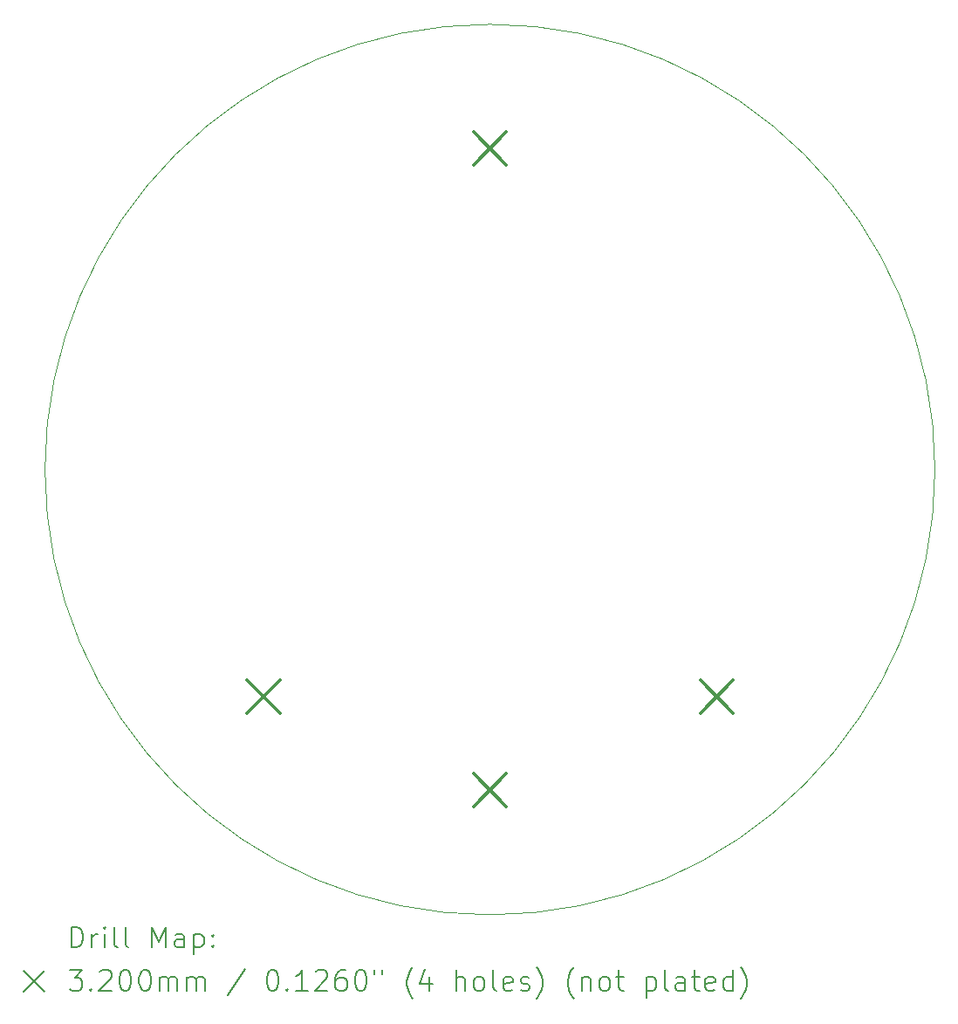
<source format=gbr>
%TF.GenerationSoftware,KiCad,Pcbnew,7.0.7*%
%TF.CreationDate,2023-08-31T16:12:07-04:00*%
%TF.ProjectId,protopico,70726f74-6f70-4696-936f-2e6b69636164,rev?*%
%TF.SameCoordinates,Original*%
%TF.FileFunction,Drillmap*%
%TF.FilePolarity,Positive*%
%FSLAX45Y45*%
G04 Gerber Fmt 4.5, Leading zero omitted, Abs format (unit mm)*
G04 Created by KiCad (PCBNEW 7.0.7) date 2023-08-31 16:12:07*
%MOMM*%
%LPD*%
G01*
G04 APERTURE LIST*
%ADD10C,0.101600*%
%ADD11C,0.200000*%
%ADD12C,0.320000*%
G04 APERTURE END LIST*
D10*
X19304000Y-9982200D02*
G75*
G03*
X19304000Y-9982200I-4318000J0D01*
G01*
D11*
D12*
X12625837Y-12022363D02*
X12945837Y-12342363D01*
X12945837Y-12022363D02*
X12625837Y-12342363D01*
X14826000Y-6710700D02*
X15146000Y-7030700D01*
X15146000Y-6710700D02*
X14826000Y-7030700D01*
X14826000Y-12933700D02*
X15146000Y-13253700D01*
X15146000Y-12933700D02*
X14826000Y-13253700D01*
X17026163Y-12022363D02*
X17346163Y-12342363D01*
X17346163Y-12022363D02*
X17026163Y-12342363D01*
D11*
X10923697Y-14616764D02*
X10923697Y-14416764D01*
X10923697Y-14416764D02*
X10971316Y-14416764D01*
X10971316Y-14416764D02*
X10999887Y-14426288D01*
X10999887Y-14426288D02*
X11018935Y-14445335D01*
X11018935Y-14445335D02*
X11028459Y-14464383D01*
X11028459Y-14464383D02*
X11037983Y-14502478D01*
X11037983Y-14502478D02*
X11037983Y-14531049D01*
X11037983Y-14531049D02*
X11028459Y-14569145D01*
X11028459Y-14569145D02*
X11018935Y-14588192D01*
X11018935Y-14588192D02*
X10999887Y-14607240D01*
X10999887Y-14607240D02*
X10971316Y-14616764D01*
X10971316Y-14616764D02*
X10923697Y-14616764D01*
X11123697Y-14616764D02*
X11123697Y-14483430D01*
X11123697Y-14521526D02*
X11133221Y-14502478D01*
X11133221Y-14502478D02*
X11142744Y-14492954D01*
X11142744Y-14492954D02*
X11161792Y-14483430D01*
X11161792Y-14483430D02*
X11180840Y-14483430D01*
X11247506Y-14616764D02*
X11247506Y-14483430D01*
X11247506Y-14416764D02*
X11237982Y-14426288D01*
X11237982Y-14426288D02*
X11247506Y-14435811D01*
X11247506Y-14435811D02*
X11257030Y-14426288D01*
X11257030Y-14426288D02*
X11247506Y-14416764D01*
X11247506Y-14416764D02*
X11247506Y-14435811D01*
X11371316Y-14616764D02*
X11352268Y-14607240D01*
X11352268Y-14607240D02*
X11342744Y-14588192D01*
X11342744Y-14588192D02*
X11342744Y-14416764D01*
X11476078Y-14616764D02*
X11457030Y-14607240D01*
X11457030Y-14607240D02*
X11447506Y-14588192D01*
X11447506Y-14588192D02*
X11447506Y-14416764D01*
X11704649Y-14616764D02*
X11704649Y-14416764D01*
X11704649Y-14416764D02*
X11771316Y-14559621D01*
X11771316Y-14559621D02*
X11837982Y-14416764D01*
X11837982Y-14416764D02*
X11837982Y-14616764D01*
X12018935Y-14616764D02*
X12018935Y-14512002D01*
X12018935Y-14512002D02*
X12009411Y-14492954D01*
X12009411Y-14492954D02*
X11990363Y-14483430D01*
X11990363Y-14483430D02*
X11952268Y-14483430D01*
X11952268Y-14483430D02*
X11933221Y-14492954D01*
X12018935Y-14607240D02*
X11999887Y-14616764D01*
X11999887Y-14616764D02*
X11952268Y-14616764D01*
X11952268Y-14616764D02*
X11933221Y-14607240D01*
X11933221Y-14607240D02*
X11923697Y-14588192D01*
X11923697Y-14588192D02*
X11923697Y-14569145D01*
X11923697Y-14569145D02*
X11933221Y-14550097D01*
X11933221Y-14550097D02*
X11952268Y-14540573D01*
X11952268Y-14540573D02*
X11999887Y-14540573D01*
X11999887Y-14540573D02*
X12018935Y-14531049D01*
X12114173Y-14483430D02*
X12114173Y-14683430D01*
X12114173Y-14492954D02*
X12133221Y-14483430D01*
X12133221Y-14483430D02*
X12171316Y-14483430D01*
X12171316Y-14483430D02*
X12190363Y-14492954D01*
X12190363Y-14492954D02*
X12199887Y-14502478D01*
X12199887Y-14502478D02*
X12209411Y-14521526D01*
X12209411Y-14521526D02*
X12209411Y-14578668D01*
X12209411Y-14578668D02*
X12199887Y-14597716D01*
X12199887Y-14597716D02*
X12190363Y-14607240D01*
X12190363Y-14607240D02*
X12171316Y-14616764D01*
X12171316Y-14616764D02*
X12133221Y-14616764D01*
X12133221Y-14616764D02*
X12114173Y-14607240D01*
X12295125Y-14597716D02*
X12304649Y-14607240D01*
X12304649Y-14607240D02*
X12295125Y-14616764D01*
X12295125Y-14616764D02*
X12285602Y-14607240D01*
X12285602Y-14607240D02*
X12295125Y-14597716D01*
X12295125Y-14597716D02*
X12295125Y-14616764D01*
X12295125Y-14492954D02*
X12304649Y-14502478D01*
X12304649Y-14502478D02*
X12295125Y-14512002D01*
X12295125Y-14512002D02*
X12285602Y-14502478D01*
X12285602Y-14502478D02*
X12295125Y-14492954D01*
X12295125Y-14492954D02*
X12295125Y-14512002D01*
X10462920Y-14845280D02*
X10662920Y-15045280D01*
X10662920Y-14845280D02*
X10462920Y-15045280D01*
X10904649Y-14836764D02*
X11028459Y-14836764D01*
X11028459Y-14836764D02*
X10961792Y-14912954D01*
X10961792Y-14912954D02*
X10990364Y-14912954D01*
X10990364Y-14912954D02*
X11009411Y-14922478D01*
X11009411Y-14922478D02*
X11018935Y-14932002D01*
X11018935Y-14932002D02*
X11028459Y-14951049D01*
X11028459Y-14951049D02*
X11028459Y-14998668D01*
X11028459Y-14998668D02*
X11018935Y-15017716D01*
X11018935Y-15017716D02*
X11009411Y-15027240D01*
X11009411Y-15027240D02*
X10990364Y-15036764D01*
X10990364Y-15036764D02*
X10933221Y-15036764D01*
X10933221Y-15036764D02*
X10914173Y-15027240D01*
X10914173Y-15027240D02*
X10904649Y-15017716D01*
X11114173Y-15017716D02*
X11123697Y-15027240D01*
X11123697Y-15027240D02*
X11114173Y-15036764D01*
X11114173Y-15036764D02*
X11104649Y-15027240D01*
X11104649Y-15027240D02*
X11114173Y-15017716D01*
X11114173Y-15017716D02*
X11114173Y-15036764D01*
X11199887Y-14855811D02*
X11209411Y-14846288D01*
X11209411Y-14846288D02*
X11228459Y-14836764D01*
X11228459Y-14836764D02*
X11276078Y-14836764D01*
X11276078Y-14836764D02*
X11295125Y-14846288D01*
X11295125Y-14846288D02*
X11304649Y-14855811D01*
X11304649Y-14855811D02*
X11314173Y-14874859D01*
X11314173Y-14874859D02*
X11314173Y-14893907D01*
X11314173Y-14893907D02*
X11304649Y-14922478D01*
X11304649Y-14922478D02*
X11190363Y-15036764D01*
X11190363Y-15036764D02*
X11314173Y-15036764D01*
X11437982Y-14836764D02*
X11457030Y-14836764D01*
X11457030Y-14836764D02*
X11476078Y-14846288D01*
X11476078Y-14846288D02*
X11485602Y-14855811D01*
X11485602Y-14855811D02*
X11495125Y-14874859D01*
X11495125Y-14874859D02*
X11504649Y-14912954D01*
X11504649Y-14912954D02*
X11504649Y-14960573D01*
X11504649Y-14960573D02*
X11495125Y-14998668D01*
X11495125Y-14998668D02*
X11485602Y-15017716D01*
X11485602Y-15017716D02*
X11476078Y-15027240D01*
X11476078Y-15027240D02*
X11457030Y-15036764D01*
X11457030Y-15036764D02*
X11437982Y-15036764D01*
X11437982Y-15036764D02*
X11418935Y-15027240D01*
X11418935Y-15027240D02*
X11409411Y-15017716D01*
X11409411Y-15017716D02*
X11399887Y-14998668D01*
X11399887Y-14998668D02*
X11390363Y-14960573D01*
X11390363Y-14960573D02*
X11390363Y-14912954D01*
X11390363Y-14912954D02*
X11399887Y-14874859D01*
X11399887Y-14874859D02*
X11409411Y-14855811D01*
X11409411Y-14855811D02*
X11418935Y-14846288D01*
X11418935Y-14846288D02*
X11437982Y-14836764D01*
X11628459Y-14836764D02*
X11647506Y-14836764D01*
X11647506Y-14836764D02*
X11666554Y-14846288D01*
X11666554Y-14846288D02*
X11676078Y-14855811D01*
X11676078Y-14855811D02*
X11685602Y-14874859D01*
X11685602Y-14874859D02*
X11695125Y-14912954D01*
X11695125Y-14912954D02*
X11695125Y-14960573D01*
X11695125Y-14960573D02*
X11685602Y-14998668D01*
X11685602Y-14998668D02*
X11676078Y-15017716D01*
X11676078Y-15017716D02*
X11666554Y-15027240D01*
X11666554Y-15027240D02*
X11647506Y-15036764D01*
X11647506Y-15036764D02*
X11628459Y-15036764D01*
X11628459Y-15036764D02*
X11609411Y-15027240D01*
X11609411Y-15027240D02*
X11599887Y-15017716D01*
X11599887Y-15017716D02*
X11590363Y-14998668D01*
X11590363Y-14998668D02*
X11580840Y-14960573D01*
X11580840Y-14960573D02*
X11580840Y-14912954D01*
X11580840Y-14912954D02*
X11590363Y-14874859D01*
X11590363Y-14874859D02*
X11599887Y-14855811D01*
X11599887Y-14855811D02*
X11609411Y-14846288D01*
X11609411Y-14846288D02*
X11628459Y-14836764D01*
X11780840Y-15036764D02*
X11780840Y-14903430D01*
X11780840Y-14922478D02*
X11790363Y-14912954D01*
X11790363Y-14912954D02*
X11809411Y-14903430D01*
X11809411Y-14903430D02*
X11837983Y-14903430D01*
X11837983Y-14903430D02*
X11857030Y-14912954D01*
X11857030Y-14912954D02*
X11866554Y-14932002D01*
X11866554Y-14932002D02*
X11866554Y-15036764D01*
X11866554Y-14932002D02*
X11876078Y-14912954D01*
X11876078Y-14912954D02*
X11895125Y-14903430D01*
X11895125Y-14903430D02*
X11923697Y-14903430D01*
X11923697Y-14903430D02*
X11942744Y-14912954D01*
X11942744Y-14912954D02*
X11952268Y-14932002D01*
X11952268Y-14932002D02*
X11952268Y-15036764D01*
X12047506Y-15036764D02*
X12047506Y-14903430D01*
X12047506Y-14922478D02*
X12057030Y-14912954D01*
X12057030Y-14912954D02*
X12076078Y-14903430D01*
X12076078Y-14903430D02*
X12104649Y-14903430D01*
X12104649Y-14903430D02*
X12123697Y-14912954D01*
X12123697Y-14912954D02*
X12133221Y-14932002D01*
X12133221Y-14932002D02*
X12133221Y-15036764D01*
X12133221Y-14932002D02*
X12142744Y-14912954D01*
X12142744Y-14912954D02*
X12161792Y-14903430D01*
X12161792Y-14903430D02*
X12190363Y-14903430D01*
X12190363Y-14903430D02*
X12209411Y-14912954D01*
X12209411Y-14912954D02*
X12218935Y-14932002D01*
X12218935Y-14932002D02*
X12218935Y-15036764D01*
X12609411Y-14827240D02*
X12437983Y-15084383D01*
X12866554Y-14836764D02*
X12885602Y-14836764D01*
X12885602Y-14836764D02*
X12904649Y-14846288D01*
X12904649Y-14846288D02*
X12914173Y-14855811D01*
X12914173Y-14855811D02*
X12923697Y-14874859D01*
X12923697Y-14874859D02*
X12933221Y-14912954D01*
X12933221Y-14912954D02*
X12933221Y-14960573D01*
X12933221Y-14960573D02*
X12923697Y-14998668D01*
X12923697Y-14998668D02*
X12914173Y-15017716D01*
X12914173Y-15017716D02*
X12904649Y-15027240D01*
X12904649Y-15027240D02*
X12885602Y-15036764D01*
X12885602Y-15036764D02*
X12866554Y-15036764D01*
X12866554Y-15036764D02*
X12847506Y-15027240D01*
X12847506Y-15027240D02*
X12837983Y-15017716D01*
X12837983Y-15017716D02*
X12828459Y-14998668D01*
X12828459Y-14998668D02*
X12818935Y-14960573D01*
X12818935Y-14960573D02*
X12818935Y-14912954D01*
X12818935Y-14912954D02*
X12828459Y-14874859D01*
X12828459Y-14874859D02*
X12837983Y-14855811D01*
X12837983Y-14855811D02*
X12847506Y-14846288D01*
X12847506Y-14846288D02*
X12866554Y-14836764D01*
X13018935Y-15017716D02*
X13028459Y-15027240D01*
X13028459Y-15027240D02*
X13018935Y-15036764D01*
X13018935Y-15036764D02*
X13009411Y-15027240D01*
X13009411Y-15027240D02*
X13018935Y-15017716D01*
X13018935Y-15017716D02*
X13018935Y-15036764D01*
X13218935Y-15036764D02*
X13104649Y-15036764D01*
X13161792Y-15036764D02*
X13161792Y-14836764D01*
X13161792Y-14836764D02*
X13142745Y-14865335D01*
X13142745Y-14865335D02*
X13123697Y-14884383D01*
X13123697Y-14884383D02*
X13104649Y-14893907D01*
X13295126Y-14855811D02*
X13304649Y-14846288D01*
X13304649Y-14846288D02*
X13323697Y-14836764D01*
X13323697Y-14836764D02*
X13371316Y-14836764D01*
X13371316Y-14836764D02*
X13390364Y-14846288D01*
X13390364Y-14846288D02*
X13399887Y-14855811D01*
X13399887Y-14855811D02*
X13409411Y-14874859D01*
X13409411Y-14874859D02*
X13409411Y-14893907D01*
X13409411Y-14893907D02*
X13399887Y-14922478D01*
X13399887Y-14922478D02*
X13285602Y-15036764D01*
X13285602Y-15036764D02*
X13409411Y-15036764D01*
X13580840Y-14836764D02*
X13542745Y-14836764D01*
X13542745Y-14836764D02*
X13523697Y-14846288D01*
X13523697Y-14846288D02*
X13514173Y-14855811D01*
X13514173Y-14855811D02*
X13495126Y-14884383D01*
X13495126Y-14884383D02*
X13485602Y-14922478D01*
X13485602Y-14922478D02*
X13485602Y-14998668D01*
X13485602Y-14998668D02*
X13495126Y-15017716D01*
X13495126Y-15017716D02*
X13504649Y-15027240D01*
X13504649Y-15027240D02*
X13523697Y-15036764D01*
X13523697Y-15036764D02*
X13561792Y-15036764D01*
X13561792Y-15036764D02*
X13580840Y-15027240D01*
X13580840Y-15027240D02*
X13590364Y-15017716D01*
X13590364Y-15017716D02*
X13599887Y-14998668D01*
X13599887Y-14998668D02*
X13599887Y-14951049D01*
X13599887Y-14951049D02*
X13590364Y-14932002D01*
X13590364Y-14932002D02*
X13580840Y-14922478D01*
X13580840Y-14922478D02*
X13561792Y-14912954D01*
X13561792Y-14912954D02*
X13523697Y-14912954D01*
X13523697Y-14912954D02*
X13504649Y-14922478D01*
X13504649Y-14922478D02*
X13495126Y-14932002D01*
X13495126Y-14932002D02*
X13485602Y-14951049D01*
X13723697Y-14836764D02*
X13742745Y-14836764D01*
X13742745Y-14836764D02*
X13761792Y-14846288D01*
X13761792Y-14846288D02*
X13771316Y-14855811D01*
X13771316Y-14855811D02*
X13780840Y-14874859D01*
X13780840Y-14874859D02*
X13790364Y-14912954D01*
X13790364Y-14912954D02*
X13790364Y-14960573D01*
X13790364Y-14960573D02*
X13780840Y-14998668D01*
X13780840Y-14998668D02*
X13771316Y-15017716D01*
X13771316Y-15017716D02*
X13761792Y-15027240D01*
X13761792Y-15027240D02*
X13742745Y-15036764D01*
X13742745Y-15036764D02*
X13723697Y-15036764D01*
X13723697Y-15036764D02*
X13704649Y-15027240D01*
X13704649Y-15027240D02*
X13695126Y-15017716D01*
X13695126Y-15017716D02*
X13685602Y-14998668D01*
X13685602Y-14998668D02*
X13676078Y-14960573D01*
X13676078Y-14960573D02*
X13676078Y-14912954D01*
X13676078Y-14912954D02*
X13685602Y-14874859D01*
X13685602Y-14874859D02*
X13695126Y-14855811D01*
X13695126Y-14855811D02*
X13704649Y-14846288D01*
X13704649Y-14846288D02*
X13723697Y-14836764D01*
X13866554Y-14836764D02*
X13866554Y-14874859D01*
X13942745Y-14836764D02*
X13942745Y-14874859D01*
X14237983Y-15112954D02*
X14228459Y-15103430D01*
X14228459Y-15103430D02*
X14209411Y-15074859D01*
X14209411Y-15074859D02*
X14199888Y-15055811D01*
X14199888Y-15055811D02*
X14190364Y-15027240D01*
X14190364Y-15027240D02*
X14180840Y-14979621D01*
X14180840Y-14979621D02*
X14180840Y-14941526D01*
X14180840Y-14941526D02*
X14190364Y-14893907D01*
X14190364Y-14893907D02*
X14199888Y-14865335D01*
X14199888Y-14865335D02*
X14209411Y-14846288D01*
X14209411Y-14846288D02*
X14228459Y-14817716D01*
X14228459Y-14817716D02*
X14237983Y-14808192D01*
X14399888Y-14903430D02*
X14399888Y-15036764D01*
X14352268Y-14827240D02*
X14304649Y-14970097D01*
X14304649Y-14970097D02*
X14428459Y-14970097D01*
X14657030Y-15036764D02*
X14657030Y-14836764D01*
X14742745Y-15036764D02*
X14742745Y-14932002D01*
X14742745Y-14932002D02*
X14733221Y-14912954D01*
X14733221Y-14912954D02*
X14714173Y-14903430D01*
X14714173Y-14903430D02*
X14685602Y-14903430D01*
X14685602Y-14903430D02*
X14666554Y-14912954D01*
X14666554Y-14912954D02*
X14657030Y-14922478D01*
X14866554Y-15036764D02*
X14847507Y-15027240D01*
X14847507Y-15027240D02*
X14837983Y-15017716D01*
X14837983Y-15017716D02*
X14828459Y-14998668D01*
X14828459Y-14998668D02*
X14828459Y-14941526D01*
X14828459Y-14941526D02*
X14837983Y-14922478D01*
X14837983Y-14922478D02*
X14847507Y-14912954D01*
X14847507Y-14912954D02*
X14866554Y-14903430D01*
X14866554Y-14903430D02*
X14895126Y-14903430D01*
X14895126Y-14903430D02*
X14914173Y-14912954D01*
X14914173Y-14912954D02*
X14923697Y-14922478D01*
X14923697Y-14922478D02*
X14933221Y-14941526D01*
X14933221Y-14941526D02*
X14933221Y-14998668D01*
X14933221Y-14998668D02*
X14923697Y-15017716D01*
X14923697Y-15017716D02*
X14914173Y-15027240D01*
X14914173Y-15027240D02*
X14895126Y-15036764D01*
X14895126Y-15036764D02*
X14866554Y-15036764D01*
X15047507Y-15036764D02*
X15028459Y-15027240D01*
X15028459Y-15027240D02*
X15018935Y-15008192D01*
X15018935Y-15008192D02*
X15018935Y-14836764D01*
X15199888Y-15027240D02*
X15180840Y-15036764D01*
X15180840Y-15036764D02*
X15142745Y-15036764D01*
X15142745Y-15036764D02*
X15123697Y-15027240D01*
X15123697Y-15027240D02*
X15114173Y-15008192D01*
X15114173Y-15008192D02*
X15114173Y-14932002D01*
X15114173Y-14932002D02*
X15123697Y-14912954D01*
X15123697Y-14912954D02*
X15142745Y-14903430D01*
X15142745Y-14903430D02*
X15180840Y-14903430D01*
X15180840Y-14903430D02*
X15199888Y-14912954D01*
X15199888Y-14912954D02*
X15209411Y-14932002D01*
X15209411Y-14932002D02*
X15209411Y-14951049D01*
X15209411Y-14951049D02*
X15114173Y-14970097D01*
X15285602Y-15027240D02*
X15304650Y-15036764D01*
X15304650Y-15036764D02*
X15342745Y-15036764D01*
X15342745Y-15036764D02*
X15361792Y-15027240D01*
X15361792Y-15027240D02*
X15371316Y-15008192D01*
X15371316Y-15008192D02*
X15371316Y-14998668D01*
X15371316Y-14998668D02*
X15361792Y-14979621D01*
X15361792Y-14979621D02*
X15342745Y-14970097D01*
X15342745Y-14970097D02*
X15314173Y-14970097D01*
X15314173Y-14970097D02*
X15295126Y-14960573D01*
X15295126Y-14960573D02*
X15285602Y-14941526D01*
X15285602Y-14941526D02*
X15285602Y-14932002D01*
X15285602Y-14932002D02*
X15295126Y-14912954D01*
X15295126Y-14912954D02*
X15314173Y-14903430D01*
X15314173Y-14903430D02*
X15342745Y-14903430D01*
X15342745Y-14903430D02*
X15361792Y-14912954D01*
X15437983Y-15112954D02*
X15447507Y-15103430D01*
X15447507Y-15103430D02*
X15466554Y-15074859D01*
X15466554Y-15074859D02*
X15476078Y-15055811D01*
X15476078Y-15055811D02*
X15485602Y-15027240D01*
X15485602Y-15027240D02*
X15495126Y-14979621D01*
X15495126Y-14979621D02*
X15495126Y-14941526D01*
X15495126Y-14941526D02*
X15485602Y-14893907D01*
X15485602Y-14893907D02*
X15476078Y-14865335D01*
X15476078Y-14865335D02*
X15466554Y-14846288D01*
X15466554Y-14846288D02*
X15447507Y-14817716D01*
X15447507Y-14817716D02*
X15437983Y-14808192D01*
X15799888Y-15112954D02*
X15790364Y-15103430D01*
X15790364Y-15103430D02*
X15771316Y-15074859D01*
X15771316Y-15074859D02*
X15761792Y-15055811D01*
X15761792Y-15055811D02*
X15752269Y-15027240D01*
X15752269Y-15027240D02*
X15742745Y-14979621D01*
X15742745Y-14979621D02*
X15742745Y-14941526D01*
X15742745Y-14941526D02*
X15752269Y-14893907D01*
X15752269Y-14893907D02*
X15761792Y-14865335D01*
X15761792Y-14865335D02*
X15771316Y-14846288D01*
X15771316Y-14846288D02*
X15790364Y-14817716D01*
X15790364Y-14817716D02*
X15799888Y-14808192D01*
X15876078Y-14903430D02*
X15876078Y-15036764D01*
X15876078Y-14922478D02*
X15885602Y-14912954D01*
X15885602Y-14912954D02*
X15904650Y-14903430D01*
X15904650Y-14903430D02*
X15933221Y-14903430D01*
X15933221Y-14903430D02*
X15952269Y-14912954D01*
X15952269Y-14912954D02*
X15961792Y-14932002D01*
X15961792Y-14932002D02*
X15961792Y-15036764D01*
X16085602Y-15036764D02*
X16066554Y-15027240D01*
X16066554Y-15027240D02*
X16057031Y-15017716D01*
X16057031Y-15017716D02*
X16047507Y-14998668D01*
X16047507Y-14998668D02*
X16047507Y-14941526D01*
X16047507Y-14941526D02*
X16057031Y-14922478D01*
X16057031Y-14922478D02*
X16066554Y-14912954D01*
X16066554Y-14912954D02*
X16085602Y-14903430D01*
X16085602Y-14903430D02*
X16114173Y-14903430D01*
X16114173Y-14903430D02*
X16133221Y-14912954D01*
X16133221Y-14912954D02*
X16142745Y-14922478D01*
X16142745Y-14922478D02*
X16152269Y-14941526D01*
X16152269Y-14941526D02*
X16152269Y-14998668D01*
X16152269Y-14998668D02*
X16142745Y-15017716D01*
X16142745Y-15017716D02*
X16133221Y-15027240D01*
X16133221Y-15027240D02*
X16114173Y-15036764D01*
X16114173Y-15036764D02*
X16085602Y-15036764D01*
X16209412Y-14903430D02*
X16285602Y-14903430D01*
X16237983Y-14836764D02*
X16237983Y-15008192D01*
X16237983Y-15008192D02*
X16247507Y-15027240D01*
X16247507Y-15027240D02*
X16266554Y-15036764D01*
X16266554Y-15036764D02*
X16285602Y-15036764D01*
X16504650Y-14903430D02*
X16504650Y-15103430D01*
X16504650Y-14912954D02*
X16523697Y-14903430D01*
X16523697Y-14903430D02*
X16561793Y-14903430D01*
X16561793Y-14903430D02*
X16580840Y-14912954D01*
X16580840Y-14912954D02*
X16590364Y-14922478D01*
X16590364Y-14922478D02*
X16599888Y-14941526D01*
X16599888Y-14941526D02*
X16599888Y-14998668D01*
X16599888Y-14998668D02*
X16590364Y-15017716D01*
X16590364Y-15017716D02*
X16580840Y-15027240D01*
X16580840Y-15027240D02*
X16561793Y-15036764D01*
X16561793Y-15036764D02*
X16523697Y-15036764D01*
X16523697Y-15036764D02*
X16504650Y-15027240D01*
X16714173Y-15036764D02*
X16695126Y-15027240D01*
X16695126Y-15027240D02*
X16685602Y-15008192D01*
X16685602Y-15008192D02*
X16685602Y-14836764D01*
X16876078Y-15036764D02*
X16876078Y-14932002D01*
X16876078Y-14932002D02*
X16866555Y-14912954D01*
X16866555Y-14912954D02*
X16847507Y-14903430D01*
X16847507Y-14903430D02*
X16809412Y-14903430D01*
X16809412Y-14903430D02*
X16790364Y-14912954D01*
X16876078Y-15027240D02*
X16857031Y-15036764D01*
X16857031Y-15036764D02*
X16809412Y-15036764D01*
X16809412Y-15036764D02*
X16790364Y-15027240D01*
X16790364Y-15027240D02*
X16780840Y-15008192D01*
X16780840Y-15008192D02*
X16780840Y-14989145D01*
X16780840Y-14989145D02*
X16790364Y-14970097D01*
X16790364Y-14970097D02*
X16809412Y-14960573D01*
X16809412Y-14960573D02*
X16857031Y-14960573D01*
X16857031Y-14960573D02*
X16876078Y-14951049D01*
X16942745Y-14903430D02*
X17018935Y-14903430D01*
X16971316Y-14836764D02*
X16971316Y-15008192D01*
X16971316Y-15008192D02*
X16980840Y-15027240D01*
X16980840Y-15027240D02*
X16999888Y-15036764D01*
X16999888Y-15036764D02*
X17018935Y-15036764D01*
X17161793Y-15027240D02*
X17142745Y-15036764D01*
X17142745Y-15036764D02*
X17104650Y-15036764D01*
X17104650Y-15036764D02*
X17085602Y-15027240D01*
X17085602Y-15027240D02*
X17076078Y-15008192D01*
X17076078Y-15008192D02*
X17076078Y-14932002D01*
X17076078Y-14932002D02*
X17085602Y-14912954D01*
X17085602Y-14912954D02*
X17104650Y-14903430D01*
X17104650Y-14903430D02*
X17142745Y-14903430D01*
X17142745Y-14903430D02*
X17161793Y-14912954D01*
X17161793Y-14912954D02*
X17171316Y-14932002D01*
X17171316Y-14932002D02*
X17171316Y-14951049D01*
X17171316Y-14951049D02*
X17076078Y-14970097D01*
X17342745Y-15036764D02*
X17342745Y-14836764D01*
X17342745Y-15027240D02*
X17323697Y-15036764D01*
X17323697Y-15036764D02*
X17285602Y-15036764D01*
X17285602Y-15036764D02*
X17266555Y-15027240D01*
X17266555Y-15027240D02*
X17257031Y-15017716D01*
X17257031Y-15017716D02*
X17247507Y-14998668D01*
X17247507Y-14998668D02*
X17247507Y-14941526D01*
X17247507Y-14941526D02*
X17257031Y-14922478D01*
X17257031Y-14922478D02*
X17266555Y-14912954D01*
X17266555Y-14912954D02*
X17285602Y-14903430D01*
X17285602Y-14903430D02*
X17323697Y-14903430D01*
X17323697Y-14903430D02*
X17342745Y-14912954D01*
X17418936Y-15112954D02*
X17428459Y-15103430D01*
X17428459Y-15103430D02*
X17447507Y-15074859D01*
X17447507Y-15074859D02*
X17457031Y-15055811D01*
X17457031Y-15055811D02*
X17466555Y-15027240D01*
X17466555Y-15027240D02*
X17476078Y-14979621D01*
X17476078Y-14979621D02*
X17476078Y-14941526D01*
X17476078Y-14941526D02*
X17466555Y-14893907D01*
X17466555Y-14893907D02*
X17457031Y-14865335D01*
X17457031Y-14865335D02*
X17447507Y-14846288D01*
X17447507Y-14846288D02*
X17428459Y-14817716D01*
X17428459Y-14817716D02*
X17418936Y-14808192D01*
M02*

</source>
